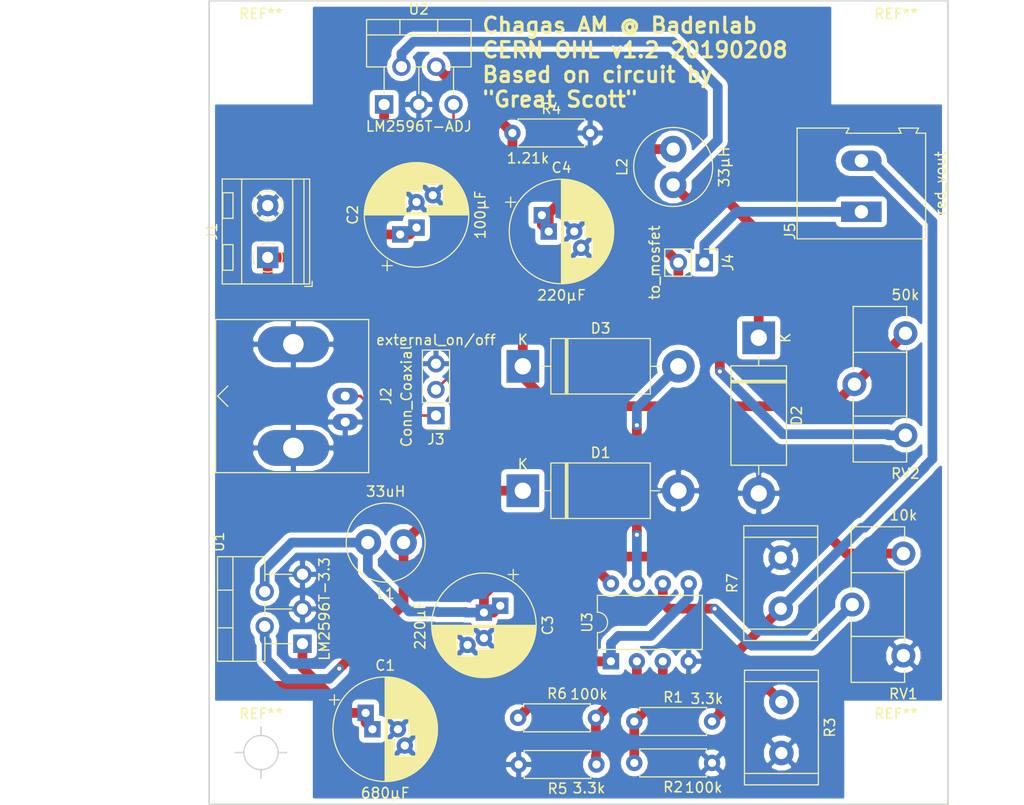
<source format=kicad_pcb>
(kicad_pcb (version 20171130) (host pcbnew 5.0.2-bee76a0~70~ubuntu18.04.1)
  (layers (0 F.Cu signal) (31 B.Cu signal) (34 B.Paste user) (35 F.Paste user) (36 B.SilkS user) (37 F.SilkS user) (38 B.Mask user) (39 F.Mask user) (44 Edge.Cuts user))
  (net 0 "")
  (net 1 GND)
  (net 2 +24V)
  (net 3 +3V3)
  (net 4 "Net-(C4-Pad1)")
  (net 5 "Net-(D1-Pad1)")
  (net 6 "Net-(D2-Pad1)")
  (net 7 "Net-(D3-Pad2)")
  (net 8 "Net-(D3-Pad1)")
  (net 9 "Net-(J2-Pad1)")
  (net 10 "Net-(J3-Pad2)")
  (net 11 "Net-(J4-Pad1)")
  (net 12 "Net-(J5-Pad2)")
  (net 13 "Net-(R1-Pad1)")
  (net 14 "Net-(R5-Pad1)")
  (net 15 "Net-(R6-Pad1)")
  (net 16 "Net-(RV1-Pad2)")
  (module Resistor_THT:R_Radial_Power_L11.0mm_W7.0mm_P5.00mm (layer F.Cu) (at 100.457 126.873 90)
    (fp_text reference R7 (at 2.5 -4.75 90) (layer F.SilkS))
    (fp_text value 0.1)
    (pad 2 thru_hole circle (at 5 0 90) (size 2.4 2.4) (drill 1.2) (layers *.Cu *.Mask) (net 1 GND))
    (pad 1 thru_hole circle (at 0 0 90) (size 2.4 2.4) (drill 1.2) (layers *.Cu *.Mask) (net 12 "Net-(J5-Pad2)"))
  )
  (module Resistor_THT:R_Radial_Power_L11.0mm_W7.0mm_P5.00mm (layer F.Cu) (at 100.5205 136.017 270)
    (fp_text reference R3 (at 2.5 -4.75 270) (layer F.SilkS))
    (fp_text value 0.1)
    (pad 2 thru_hole circle (at 5 0 270) (size 2.4 2.4) (drill 1.2) (layers *.Cu *.Mask) (net 1 GND))
    (pad 1 thru_hole circle (at 0 0 270) (size 2.4 2.4) (drill 1.2) (layers *.Cu *.Mask) (net 12 "Net-(J5-Pad2)"))
  )
  (module Package_DIP:DIP-8_W7.62mm (layer F.Cu) (at 83.82 132.0292 90)
    (fp_text reference U3 (at 3.81 -2.33 90) (layer F.SilkS))
    (fp_text value MCP602)
    (pad 1 thru_hole rect (at 0 0 90) (size 1.6 1.6) (drill 0.8) (layers *.Cu *.Mask) (net 15 "Net-(R6-Pad1)"))
    (pad 5 thru_hole oval (at 7.62 7.62 90) (size 1.6 1.6) (drill 0.8) (layers *.Cu *.Mask) (net 15 "Net-(R6-Pad1)"))
    (pad 2 thru_hole oval (at 0 2.54 90) (size 1.6 1.6) (drill 0.8) (layers *.Cu *.Mask) (net 14 "Net-(R5-Pad1)"))
    (pad 6 thru_hole oval (at 7.62 5.08 90) (size 1.6 1.6) (drill 0.8) (layers *.Cu *.Mask) (net 16 "Net-(RV1-Pad2)"))
    (pad 3 thru_hole oval (at 0 5.08 90) (size 1.6 1.6) (drill 0.8) (layers *.Cu *.Mask) (net 13 "Net-(R1-Pad1)"))
    (pad 7 thru_hole oval (at 7.62 2.54 90) (size 1.6 1.6) (drill 0.8) (layers *.Cu *.Mask) (net 7 "Net-(D3-Pad2)"))
    (pad 4 thru_hole oval (at 0 7.62 90) (size 1.6 1.6) (drill 0.8) (layers *.Cu *.Mask) (net 1 GND))
    (pad 8 thru_hole oval (at 7.62 0 90) (size 1.6 1.6) (drill 0.8) (layers *.Cu *.Mask) (net 3 +3V3))
  )
  (module MountingHole:MountingHole_3.2mm_M3_DIN965 (layer F.Cu) (at 49.53 140.97)
    (fp_text reference REF** (at 0 -3.8) (layer F.SilkS))
    (fp_text value MountingHole_3.2mm_M3_DIN965)
    (pad 1 np_thru_hole circle (at 0 0) (size 3.2 3.2) (drill 3.2) (layers *.Cu *.Mask))
  )
  (module MountingHole:MountingHole_3.2mm_M3_DIN965 (layer F.Cu) (at 111.76 140.97)
    (fp_text reference REF** (at 0 -3.8) (layer F.SilkS))
    (fp_text value MountingHole_3.2mm_M3_DIN965)
    (pad 1 np_thru_hole circle (at 0 0) (size 3.2 3.2) (drill 3.2) (layers *.Cu *.Mask))
  )
  (module MountingHole:MountingHole_3.2mm_M3_DIN965 (layer F.Cu) (at 111.76 72.39)
    (fp_text reference REF** (at 0 -3.8) (layer F.SilkS))
    (fp_text value MountingHole_3.2mm_M3_DIN965)
    (pad 1 np_thru_hole circle (at 0 0) (size 3.2 3.2) (drill 3.2) (layers *.Cu *.Mask))
  )
  (module TerminalBlock_RND:TerminalBlock_RND_205-00232_1x02_P5.08mm_Horizontal (layer F.Cu) (at 50.1904 92.456 90)
    (fp_text reference J1 (at 2.54 -5.46 90) (layer F.SilkS))
    (fp_text value Vin)
    (pad 2 thru_hole circle (at 5.08 0 90) (size 2.1 2.1) (drill 1.1) (layers *.Cu *.Mask) (net 1 GND))
    (pad 1 thru_hole rect (at 0 0 90) (size 2.1 2.1) (drill 1.1) (layers *.Cu *.Mask) (net 2 +24V))
  )
  (module TerminalBlock:TerminalBlock_Altech_AK300-2_P5.00mm (layer F.Cu) (at 108.3564 87.9856 90)
    (fp_text reference J5 (at -1.92 -6.99 90) (layer F.SilkS))
    (fp_text value red_vout (at 2.78 7.75 90) (layer F.SilkS))
    (pad 2 thru_hole oval (at 5 0 90) (size 1.98 3.96) (drill 1.32) (layers *.Cu *.Mask) (net 12 "Net-(J5-Pad2)"))
    (pad 1 thru_hole rect (at 0 0 90) (size 1.98 3.96) (drill 1.32) (layers *.Cu *.Mask) (net 11 "Net-(J4-Pad1)"))
  )
  (module Capacitor_THT:CP_Radial_D10.0mm_P2.50mm_P5.00mm (layer F.Cu) (at 60.452 138.684)
    (fp_text reference C1 (at 1.25 -6.25) (layer F.SilkS))
    (fp_text value 680µF (at 1.25 6.25) (layer F.SilkS))
    (pad 2 thru_hole circle (at 3.170937 1.6) (size 1.6 1.6) (drill 0.8) (layers *.Cu *.Mask) (net 1 GND))
    (pad 1 thru_hole rect (at -0.670937 -1.6) (size 1.6 1.6) (drill 0.8) (layers *.Cu *.Mask) (net 2 +24V))
    (pad 2 thru_hole circle (at 2.5 0) (size 1.6 1.6) (drill 0.8) (layers *.Cu *.Mask) (net 1 GND))
    (pad 1 thru_hole rect (at 0 0) (size 1.6 1.6) (drill 0.8) (layers *.Cu *.Mask) (net 2 +24V))
  )
  (module Capacitor_THT:CP_Radial_D10.0mm_P2.50mm_P5.00mm (layer F.Cu) (at 64.77 89.535 90)
    (fp_text reference C2 (at 1.25 -6.25 90) (layer F.SilkS))
    (fp_text value 100µF (at 1.25 6.25 90) (layer F.SilkS))
    (pad 2 thru_hole circle (at 3.170937 1.6 90) (size 1.6 1.6) (drill 0.8) (layers *.Cu *.Mask) (net 1 GND))
    (pad 1 thru_hole rect (at -0.670937 -1.6 90) (size 1.6 1.6) (drill 0.8) (layers *.Cu *.Mask) (net 2 +24V))
    (pad 2 thru_hole circle (at 2.5 0 90) (size 1.6 1.6) (drill 0.8) (layers *.Cu *.Mask) (net 1 GND))
    (pad 1 thru_hole rect (at 0 0 90) (size 1.6 1.6) (drill 0.8) (layers *.Cu *.Mask) (net 2 +24V))
  )
  (module Capacitor_THT:CP_Radial_D10.0mm_P2.50mm_P5.00mm (layer F.Cu) (at 71.374 127.254 270)
    (fp_text reference C3 (at 1.25 -6.25 270) (layer F.SilkS))
    (fp_text value 220µF (at 1.25 6.25 270) (layer F.SilkS))
    (pad 1 thru_hole rect (at 0 0 270) (size 1.6 1.6) (drill 0.8) (layers *.Cu *.Mask) (net 3 +3V3))
    (pad 2 thru_hole circle (at 2.5 0 270) (size 1.6 1.6) (drill 0.8) (layers *.Cu *.Mask) (net 1 GND))
    (pad 1 thru_hole rect (at -0.670937 -1.6 270) (size 1.6 1.6) (drill 0.8) (layers *.Cu *.Mask) (net 3 +3V3))
    (pad 2 thru_hole circle (at 3.170937 1.6 270) (size 1.6 1.6) (drill 0.8) (layers *.Cu *.Mask) (net 1 GND))
  )
  (module Capacitor_THT:CP_Radial_D10.0mm_P2.50mm_P5.00mm (layer F.Cu) (at 77.724 89.916)
    (fp_text reference C4 (at 1.25 -6.25) (layer F.SilkS))
    (fp_text value 220µF (at 1.25 6.25) (layer F.SilkS))
    (pad 1 thru_hole rect (at 0 0) (size 1.6 1.6) (drill 0.8) (layers *.Cu *.Mask) (net 4 "Net-(C4-Pad1)"))
    (pad 2 thru_hole circle (at 2.5 0) (size 1.6 1.6) (drill 0.8) (layers *.Cu *.Mask) (net 1 GND))
    (pad 1 thru_hole rect (at -0.670937 -1.6) (size 1.6 1.6) (drill 0.8) (layers *.Cu *.Mask) (net 4 "Net-(C4-Pad1)"))
    (pad 2 thru_hole circle (at 3.170937 1.6) (size 1.6 1.6) (drill 0.8) (layers *.Cu *.Mask) (net 1 GND))
  )
  (module Diode_THT:D_DO-201AD_P15.24mm_Horizontal (layer F.Cu) (at 75.184 115.316)
    (fp_text reference D1 (at 7.62 -3.72) (layer F.SilkS))
    (fp_text value 1N5822)
    (fp_text user K (at 0 -2.6) (layer F.SilkS))
    (pad 1 thru_hole rect (at 0 0) (size 3.2 3.2) (drill 1.6) (layers *.Cu *.Mask) (net 5 "Net-(D1-Pad1)"))
    (pad 2 thru_hole oval (at 15.24 0) (size 3.2 3.2) (drill 1.6) (layers *.Cu *.Mask) (net 1 GND))
  )
  (module Diode_THT:D_DO-201AD_P15.24mm_Horizontal (layer F.Cu) (at 98.298 100.33 270)
    (fp_text reference D2 (at 7.62 -3.72 270) (layer F.SilkS))
    (fp_text value 1N5822)
    (fp_text user K (at 0 -2.6 270) (layer F.SilkS))
    (pad 1 thru_hole rect (at 0 0 270) (size 3.2 3.2) (drill 1.6) (layers *.Cu *.Mask) (net 6 "Net-(D2-Pad1)"))
    (pad 2 thru_hole oval (at 15.24 0 270) (size 3.2 3.2) (drill 1.6) (layers *.Cu *.Mask) (net 1 GND))
  )
  (module Diode_THT:D_DO-201AD_P15.24mm_Horizontal (layer F.Cu) (at 75.184 103.124)
    (fp_text reference D3 (at 7.62 -3.72) (layer F.SilkS))
    (fp_text value 1N5822)
    (fp_text user K (at 0 -2.6) (layer F.SilkS))
    (pad 2 thru_hole oval (at 15.24 0) (size 3.2 3.2) (drill 1.6) (layers *.Cu *.Mask) (net 7 "Net-(D3-Pad2)"))
    (pad 1 thru_hole rect (at 0 0) (size 3.2 3.2) (drill 1.6) (layers *.Cu *.Mask) (net 8 "Net-(D3-Pad1)"))
  )
  (module Connector_Coaxial:BNC_Amphenol_B6252HB-NPP3G-50_Horizontal (layer F.Cu) (at 57.785 106.045 90)
    (fp_text reference J2 (at 0 4 90) (layer F.SilkS))
    (fp_text value Conn_Coaxial (at 0 6 270) (layer F.SilkS))
    (pad 2 thru_hole oval (at -5.08 -5.08 90) (size 3.5 7) (drill 2.01) (layers *.Cu *.Mask) (net 1 GND))
    (pad 2 thru_hole oval (at 5.08 -5.08 90) (size 3.5 7) (drill 2.01) (layers *.Cu *.Mask) (net 1 GND))
    (pad 1 thru_hole oval (at 0 0 90) (size 1.6 2.5) (drill 0.89) (layers *.Cu *.Mask) (net 9 "Net-(J2-Pad1)"))
    (pad 2 thru_hole oval (at -2.54 0 90) (size 1.6 2.5) (drill 0.89) (layers *.Cu *.Mask) (net 1 GND))
  )
  (module Connector_PinHeader_2.54mm:PinHeader_1x03_P2.54mm_Vertical (layer F.Cu) (at 66.675 107.95 180)
    (fp_text reference J3 (at 0 -2.33 180) (layer F.SilkS))
    (fp_text value external_on/off (at 0 7.41 180) (layer F.SilkS))
    (pad 1 thru_hole rect (at 0 0 180) (size 1.7 1.7) (drill 1) (layers *.Cu *.Mask) (net 9 "Net-(J2-Pad1)"))
    (pad 2 thru_hole oval (at 0 2.54 180) (size 1.7 1.7) (drill 1) (layers *.Cu *.Mask) (net 10 "Net-(J3-Pad2)"))
    (pad 3 thru_hole oval (at 0 5.08 180) (size 1.7 1.7) (drill 1) (layers *.Cu *.Mask) (net 1 GND))
  )
  (module Connector_PinHeader_2.54mm:PinHeader_1x02_P2.54mm_Vertical (layer F.Cu) (at 92.964 92.964 270)
    (fp_text reference J4 (at 0 -2.33 270) (layer F.SilkS))
    (fp_text value to_mosfet (at 0 4.87 270) (layer F.SilkS))
    (pad 2 thru_hole oval (at 0 2.54 270) (size 1.7 1.7) (drill 1) (layers *.Cu *.Mask) (net 4 "Net-(C4-Pad1)"))
    (pad 1 thru_hole rect (at 0 0 270) (size 1.7 1.7) (drill 1) (layers *.Cu *.Mask) (net 11 "Net-(J4-Pad1)"))
  )
  (module Inductor_THT:L_Radial_D7.5mm_P3.50mm_Fastron_07P (layer F.Cu) (at 63.5 120.396 180)
    (fp_text reference L1 (at 1.75 -5 180) (layer F.SilkS))
    (fp_text value 33uH (at 1.75 5 180) (layer F.SilkS))
    (pad 2 thru_hole circle (at 3.5 0 180) (size 2.6 2.6) (drill 1.3) (layers *.Cu *.Mask) (net 3 +3V3))
    (pad 1 thru_hole circle (at 0 0 180) (size 2.6 2.6) (drill 1.3) (layers *.Cu *.Mask) (net 5 "Net-(D1-Pad1)"))
  )
  (module Inductor_THT:L_Radial_D7.5mm_P3.50mm_Fastron_07P (layer F.Cu) (at 89.916 85.344 90)
    (fp_text reference L2 (at 1.75 -5 90) (layer F.SilkS))
    (fp_text value 33µH (at 1.75 5 90) (layer F.SilkS))
    (pad 1 thru_hole circle (at 0 0 90) (size 2.6 2.6) (drill 1.3) (layers *.Cu *.Mask) (net 6 "Net-(D2-Pad1)"))
    (pad 2 thru_hole circle (at 3.5 0 90) (size 2.6 2.6) (drill 1.3) (layers *.Cu *.Mask) (net 4 "Net-(C4-Pad1)"))
  )
  (module Resistor_THT:R_Axial_DIN0207_L6.3mm_D2.5mm_P7.62mm_Horizontal (layer F.Cu) (at 86.106 137.922)
    (fp_text reference R1 (at 3.81 -2.37) (layer F.SilkS))
    (fp_text value 3.3k (at 7.112 -2.2225) (layer F.SilkS))
    (pad 1 thru_hole circle (at 0 0) (size 1.6 1.6) (drill 0.8) (layers *.Cu *.Mask) (net 13 "Net-(R1-Pad1)"))
    (pad 2 thru_hole oval (at 7.62 0) (size 1.6 1.6) (drill 0.8) (layers *.Cu *.Mask) (net 12 "Net-(J5-Pad2)"))
  )
  (module Resistor_THT:R_Axial_DIN0207_L6.3mm_D2.5mm_P7.62mm_Horizontal (layer F.Cu) (at 93.726 141.986 180)
    (fp_text reference R2 (at 3.81 -2.37 180) (layer F.SilkS))
    (fp_text value 100k (at 0.8255 -2.413 180) (layer F.SilkS))
    (pad 2 thru_hole oval (at 7.62 0 180) (size 1.6 1.6) (drill 0.8) (layers *.Cu *.Mask) (net 13 "Net-(R1-Pad1)"))
    (pad 1 thru_hole circle (at 0 0 180) (size 1.6 1.6) (drill 0.8) (layers *.Cu *.Mask) (net 1 GND))
  )
  (module Resistor_THT:R_Axial_DIN0207_L6.3mm_D2.5mm_P7.62mm_Horizontal (layer F.Cu) (at 74.168 80.264)
    (fp_text reference R4 (at 3.81 -2.37) (layer F.SilkS))
    (fp_text value 1.21k (at 1.524 2.4765) (layer F.SilkS))
    (pad 1 thru_hole circle (at 0 0) (size 1.6 1.6) (drill 0.8) (layers *.Cu *.Mask) (net 8 "Net-(D3-Pad1)"))
    (pad 2 thru_hole oval (at 7.62 0) (size 1.6 1.6) (drill 0.8) (layers *.Cu *.Mask) (net 1 GND))
  )
  (module Resistor_THT:R_Axial_DIN0207_L6.3mm_D2.5mm_P7.62mm_Horizontal (layer F.Cu) (at 82.3976 142.1384 180)
    (fp_text reference R5 (at 3.81 -2.37 180) (layer F.SilkS))
    (fp_text value 3.3k (at 0.7366 -2.3241 180) (layer F.SilkS))
    (pad 2 thru_hole oval (at 7.62 0 180) (size 1.6 1.6) (drill 0.8) (layers *.Cu *.Mask) (net 1 GND))
    (pad 1 thru_hole circle (at 0 0 180) (size 1.6 1.6) (drill 0.8) (layers *.Cu *.Mask) (net 14 "Net-(R5-Pad1)"))
  )
  (module Resistor_THT:R_Axial_DIN0207_L6.3mm_D2.5mm_P7.62mm_Horizontal (layer F.Cu) (at 74.7268 137.5664)
    (fp_text reference R6 (at 3.81 -2.37) (layer F.SilkS))
    (fp_text value 100k (at 6.9342 -2.3114) (layer F.SilkS))
    (pad 1 thru_hole circle (at 0 0) (size 1.6 1.6) (drill 0.8) (layers *.Cu *.Mask) (net 15 "Net-(R6-Pad1)"))
    (pad 2 thru_hole oval (at 7.62 0) (size 1.6 1.6) (drill 0.8) (layers *.Cu *.Mask) (net 14 "Net-(R5-Pad1)"))
  )
  (module Potentiometer_THT:Potentiometer_Piher_PT-15-H25_Horizontal (layer F.Cu) (at 112.4712 131.4704 180)
    (fp_text reference RV1 (at 0 -3.75 180) (layer F.SilkS))
    (fp_text value 10k (at 0 13.75 180) (layer F.SilkS))
    (pad 1 thru_hole circle (at 0 0 180) (size 2.34 2.34) (drill 1.3) (layers *.Cu *.Mask) (net 1 GND))
    (pad 2 thru_hole circle (at 5 5 180) (size 2.34 2.34) (drill 1.3) (layers *.Cu *.Mask) (net 16 "Net-(RV1-Pad2)"))
    (pad 3 thru_hole circle (at 0 10 180) (size 2.34 2.34) (drill 1.3) (layers *.Cu *.Mask) (net 3 +3V3))
  )
  (module Potentiometer_THT:Potentiometer_Piher_PT-15-H25_Horizontal (layer F.Cu) (at 112.6744 109.8804 180)
    (fp_text reference RV2 (at 0 -3.75 180) (layer F.SilkS))
    (fp_text value 50k (at 0 13.75 180) (layer F.SilkS))
    (pad 3 thru_hole circle (at 0 10 180) (size 2.34 2.34) (drill 1.3) (layers *.Cu *.Mask) (net 8 "Net-(D3-Pad1)"))
    (pad 2 thru_hole circle (at 5 5 180) (size 2.34 2.34) (drill 1.3) (layers *.Cu *.Mask) (net 8 "Net-(D3-Pad1)"))
    (pad 1 thru_hole circle (at 0 0 180) (size 2.34 2.34) (drill 1.3) (layers *.Cu *.Mask) (net 4 "Net-(C4-Pad1)"))
  )
  (module Package_TO_SOT_THT:TO-220-5_P3.4x3.7mm_StaggerOdd_Lead3.8mm_Vertical (layer F.Cu) (at 53.594 130.302 90)
    (fp_text reference U1 (at 9.9695 -8.1915 90) (layer F.SilkS))
    (fp_text value LM2596T-3.3 (at 3.4 2.15 90) (layer F.SilkS))
    (pad 1 thru_hole rect (at 0 0 90) (size 1.8 1.8) (drill 1.1) (layers *.Cu *.Mask) (net 2 +24V))
    (pad 2 thru_hole oval (at 1.7 -3.7 90) (size 1.8 1.8) (drill 1.1) (layers *.Cu *.Mask) (net 5 "Net-(D1-Pad1)"))
    (pad 3 thru_hole oval (at 3.4 0 90) (size 1.8 1.8) (drill 1.1) (layers *.Cu *.Mask) (net 1 GND))
    (pad 4 thru_hole oval (at 5.1 -3.7 90) (size 1.8 1.8) (drill 1.1) (layers *.Cu *.Mask) (net 3 +3V3))
    (pad 5 thru_hole oval (at 6.8 0 90) (size 1.8 1.8) (drill 1.1) (layers *.Cu *.Mask) (net 1 GND))
  )
  (module Package_TO_SOT_THT:TO-220-5_P3.4x3.7mm_StaggerOdd_Lead3.8mm_Vertical (layer F.Cu) (at 61.595 77.47)
    (fp_text reference U2 (at 3.4 -9.32) (layer F.SilkS))
    (fp_text value LM2596T-ADJ (at 3.4 2.15) (layer F.SilkS))
    (pad 5 thru_hole oval (at 6.8 0) (size 1.8 1.8) (drill 1.1) (layers *.Cu *.Mask) (net 10 "Net-(J3-Pad2)"))
    (pad 4 thru_hole oval (at 5.1 -3.7) (size 1.8 1.8) (drill 1.1) (layers *.Cu *.Mask) (net 8 "Net-(D3-Pad1)"))
    (pad 3 thru_hole oval (at 3.4 0) (size 1.8 1.8) (drill 1.1) (layers *.Cu *.Mask) (net 1 GND))
    (pad 2 thru_hole oval (at 1.7 -3.7) (size 1.8 1.8) (drill 1.1) (layers *.Cu *.Mask) (net 6 "Net-(D2-Pad1)"))
    (pad 1 thru_hole rect (at 0 0) (size 1.8 1.8) (drill 1.1) (layers *.Cu *.Mask) (net 2 +24V))
  )
  (module MountingHole:MountingHole_3.2mm_M3_DIN965 (layer F.Cu) (at 49.53 72.39)
    (fp_text reference REF** (at 0 -3.8) (layer F.SilkS))
    (fp_text value MountingHole_3.2mm_M3_DIN965)
    (pad 1 np_thru_hole circle (at 0 0) (size 3.2 3.2) (drill 3.2) (layers *.Cu *.Mask))
  )
  (gr_text "Chagas AM @ Badenlab\nCERN OHL v1.2 20190208\nBased on circuit by\n\"Great Scott\"\n" (at 71.0565 73.3425) (layer F.SilkS) (effects (font (size 1.5 1.5) (thickness 0.3)) (justify left)))
  (target plus (at 49.53 140.97) (size 5) (width 0.15) (layer Edge.Cuts))
  (gr_line (start 44.45 146.05) (end 44.45 105.41) (layer Edge.Cuts) (width 0.15))
  (gr_line (start 116.84 146.05) (end 44.45 146.05) (layer Edge.Cuts) (width 0.15))
  (gr_line (start 116.84 67.31) (end 116.84 146.05) (layer Edge.Cuts) (width 0.15))
  (gr_line (start 44.45 67.31) (end 116.84 67.31) (layer Edge.Cuts) (width 0.15))
  (gr_line (start 44.45 105.41) (end 44.45 67.31) (layer Edge.Cuts) (width 0.15))
  (segment (start 50.1904 92.456) (end 57.2008 92.456) (width 0.95) (layer F.Cu) (net 2))
  (segment (start 59.450863 90.205937) (end 63.17 90.205937) (width 0.95) (layer F.Cu) (net 2))
  (segment (start 57.2008 92.456) (end 59.450863 90.205937) (width 0.95) (layer F.Cu) (net 2))
  (segment (start 61.595 77.47) (end 61.595 87.9094) (width 0.95) (layer F.Cu) (net 2))
  (segment (start 60.6044 88.9) (end 60.6044 89.0524) (width 0.95) (layer F.Cu) (net 2))
  (segment (start 61.595 87.9094) (end 60.6044 88.9) (width 0.95) (layer F.Cu) (net 2))
  (segment (start 59.450863 90.205937) (end 60.6044 89.0524) (width 0.95) (layer F.Cu) (net 2))
  (segment (start 60.6044 89.0524) (end 61.1124 88.5444) (width 0.95) (layer F.Cu) (net 2))
  (segment (start 50.1904 94.456) (end 46.1772 98.4692) (width 0.95) (layer F.Cu) (net 2))
  (segment (start 50.1904 92.456) (end 50.1904 94.456) (width 0.95) (layer F.Cu) (net 2))
  (segment (start 46.1772 98.4692) (end 46.1772 132.9944) (width 0.95) (layer F.Cu) (net 2))
  (segment (start 53.594 132.646937) (end 53.594 132.152) (width 0.95) (layer F.Cu) (net 2))
  (segment (start 53.594 132.152) (end 53.594 130.302) (width 0.95) (layer F.Cu) (net 2))
  (segment (start 59.781063 137.084) (end 58.031063 137.084) (width 0.95) (layer F.Cu) (net 2))
  (segment (start 59.781063 138.013063) (end 60.452 138.684) (width 0.95) (layer F.Cu) (net 2))
  (segment (start 59.781063 137.084) (end 59.781063 138.013063) (width 0.95) (layer F.Cu) (net 2))
  (segment (start 64.099063 90.205937) (end 64.77 89.535) (width 0.95) (layer F.Cu) (net 2))
  (segment (start 63.17 90.205937) (end 64.099063 90.205937) (width 0.95) (layer F.Cu) (net 2))
  (segment (start 55.376563 134.4295) (end 47.6123 134.4295) (width 0.95) (layer F.Cu) (net 2))
  (segment (start 55.376563 134.4295) (end 53.594 132.646937) (width 0.95) (layer F.Cu) (net 2))
  (segment (start 47.6123 134.4295) (end 46.1772 132.9944) (width 0.95) (layer F.Cu) (net 2))
  (segment (start 58.031063 137.084) (end 55.376563 134.4295) (width 0.95) (layer F.Cu) (net 2))
  (segment (start 49.894 125.202) (end 49.894 124.858) (width 0.95) (layer B.Cu) (net 3))
  (segment (start 49.894 125.202) (end 49.894 123.046) (width 0.95) (layer B.Cu) (net 3))
  (segment (start 52.544 120.396) (end 60 120.396) (width 0.95) (layer B.Cu) (net 3))
  (segment (start 49.894 123.046) (end 52.544 120.396) (width 0.95) (layer B.Cu) (net 3))
  (segment (start 69.624 127.254) (end 69.5732 127.2032) (width 0.95) (layer B.Cu) (net 3))
  (segment (start 71.374 127.254) (end 69.624 127.254) (width 0.95) (layer B.Cu) (net 3))
  (segment (start 60 123.0936) (end 60 120.396) (width 0.95) (layer B.Cu) (net 3))
  (segment (start 69.5732 127.2032) (end 66.8072 127.2032) (width 0.95) (layer B.Cu) (net 3))
  (segment (start 66.8072 127.2032) (end 66.7564 127.1524) (width 0.95) (layer B.Cu) (net 3))
  (segment (start 66.7564 127.1524) (end 64.0588 127.1524) (width 0.95) (layer B.Cu) (net 3))
  (segment (start 64.0588 127.1524) (end 60 123.0936) (width 0.95) (layer B.Cu) (net 3))
  (segment (start 71.374 125.504) (end 75.1104 121.7676) (width 0.95) (layer F.Cu) (net 3))
  (segment (start 71.374 127.254) (end 71.374 125.504) (width 0.95) (layer F.Cu) (net 3))
  (segment (start 81.1784 121.7676) (end 83.82 124.4092) (width 0.95) (layer F.Cu) (net 3))
  (segment (start 75.1104 121.7676) (end 81.1784 121.7676) (width 0.95) (layer F.Cu) (net 3))
  (segment (start 72.303063 127.254) (end 72.974 126.583063) (width 0.95) (layer F.Cu) (net 3))
  (segment (start 71.374 127.254) (end 72.303063 127.254) (width 0.95) (layer F.Cu) (net 3))
  (segment (start 106.8756 121.4704) (end 112.4712 121.4704) (width 0.95) (layer F.Cu) (net 3))
  (segment (start 97.5487 118.872) (end 104.7115 118.872) (width 0.95) (layer F.Cu) (net 3))
  (segment (start 104.7115 118.872) (end 104.7115 119.3063) (width 0.95) (layer F.Cu) (net 3))
  (segment (start 81.1784 121.7676) (end 94.6531 121.7676) (width 0.95) (layer F.Cu) (net 3))
  (segment (start 104.7115 119.3063) (end 106.8756 121.4704) (width 0.95) (layer F.Cu) (net 3))
  (segment (start 94.6531 121.7676) (end 97.5487 118.872) (width 0.95) (layer F.Cu) (net 3))
  (segment (start 88.077523 81.844) (end 85.9028 84.018723) (width 0.95) (layer F.Cu) (net 4))
  (segment (start 89.916 81.844) (end 88.077523 81.844) (width 0.95) (layer F.Cu) (net 4))
  (segment (start 85.9028 88.4428) (end 90.424 92.964) (width 0.95) (layer F.Cu) (net 4))
  (segment (start 85.9028 84.018723) (end 85.9028 88.4428) (width 0.95) (layer F.Cu) (net 4))
  (segment (start 77.724 88.166) (end 77.724 89.916) (width 0.95) (layer F.Cu) (net 4))
  (segment (start 81.871277 84.018723) (end 77.724 88.166) (width 0.95) (layer F.Cu) (net 4))
  (segment (start 85.9028 84.018723) (end 81.871277 84.018723) (width 0.95) (layer F.Cu) (net 4))
  (segment (start 111.019771 109.8804) (end 110.918171 109.7788) (width 0.95) (layer B.Cu) (net 4))
  (segment (start 112.6744 109.8804) (end 111.019771 109.8804) (width 0.95) (layer B.Cu) (net 4))
  (segment (start 100.6348 109.7788) (end 94.488 103.632) (width 0.95) (layer B.Cu) (net 4))
  (segment (start 110.918171 109.7788) (end 100.6348 109.7788) (width 0.95) (layer B.Cu) (net 4))
  (segment (start 90.424 92.964) (end 90.424 95.0595) (width 0.95) (layer F.Cu) (net 4))
  (via (at 94.488 103.632) (size 0.8) (drill 0.4) (layers F.Cu B.Cu) (net 4))
  (segment (start 94.488 99.1235) (end 90.424 95.0595) (width 0.95) (layer F.Cu) (net 4))
  (segment (start 94.488 103.632) (end 94.488 99.1235) (width 0.95) (layer F.Cu) (net 4))
  (segment (start 77.053063 89.245063) (end 77.724 89.916) (width 0.95) (layer F.Cu) (net 4))
  (segment (start 77.053063 88.316) (end 77.053063 89.245063) (width 0.95) (layer F.Cu) (net 4))
  (segment (start 49.894 129.874792) (end 50.0888 130.069592) (width 0.95) (layer B.Cu) (net 5))
  (segment (start 49.894 128.602) (end 49.894 129.874792) (width 0.95) (layer B.Cu) (net 5))
  (segment (start 50.0888 130.069592) (end 50.0888 131.826) (width 0.95) (layer B.Cu) (net 5))
  (segment (start 50.0888 131.826) (end 52.0192 133.7564) (width 0.95) (layer B.Cu) (net 5))
  (via (at 57.2008 132.7404) (size 0.8) (drill 0.4) (layers F.Cu B.Cu) (net 5))
  (segment (start 52.0192 133.7564) (end 56.1848 133.7564) (width 0.95) (layer B.Cu) (net 5))
  (segment (start 56.1848 133.7564) (end 57.2008 132.7404) (width 0.95) (layer B.Cu) (net 5))
  (segment (start 63.5 126.4412) (end 63.5 120.396) (width 0.95) (layer F.Cu) (net 5))
  (segment (start 57.2008 132.7404) (end 63.5 126.4412) (width 0.95) (layer F.Cu) (net 5))
  (segment (start 68.58 115.316) (end 75.184 115.316) (width 0.95) (layer F.Cu) (net 5))
  (segment (start 63.5 120.396) (end 68.58 115.316) (width 0.95) (layer F.Cu) (net 5))
  (segment (start 94.2848 80.9752) (end 89.916 85.344) (width 0.95) (layer B.Cu) (net 6))
  (segment (start 94.2848 75.7428) (end 94.2848 80.9752) (width 0.95) (layer B.Cu) (net 6))
  (segment (start 64.469008 71.3232) (end 89.8652 71.3232) (width 0.95) (layer B.Cu) (net 6))
  (segment (start 89.8652 71.3232) (end 94.2848 75.7428) (width 0.95) (layer B.Cu) (net 6))
  (segment (start 63.295 73.77) (end 63.295 72.497208) (width 0.95) (layer B.Cu) (net 6))
  (segment (start 63.295 72.497208) (end 64.469008 71.3232) (width 0.95) (layer B.Cu) (net 6))
  (segment (start 91.215999 86.643999) (end 94.962499 86.643999) (width 0.95) (layer F.Cu) (net 6))
  (segment (start 89.916 85.344) (end 91.215999 86.643999) (width 0.95) (layer F.Cu) (net 6))
  (segment (start 98.298 89.9795) (end 98.298 100.33) (width 0.95) (layer F.Cu) (net 6))
  (segment (start 94.962499 86.643999) (end 98.298 89.9795) (width 0.95) (layer F.Cu) (net 6))
  (segment (start 90.424 103.124) (end 86.36 107.188) (width 0.95) (layer B.Cu) (net 7))
  (segment (start 86.36 107.188) (end 86.36 108.9025) (width 0.95) (layer B.Cu) (net 7))
  (via (at 86.36 108.9025) (size 0.8) (drill 0.4) (layers F.Cu B.Cu) (net 7))
  (via (at 86.36 119.634) (size 0.8) (drill 0.4) (layers F.Cu B.Cu) (net 7))
  (segment (start 86.36 108.9025) (end 86.36 119.634) (width 0.95) (layer F.Cu) (net 7))
  (segment (start 86.36 119.634) (end 86.36 124.4092) (width 0.95) (layer B.Cu) (net 7))
  (segment (start 67.594999 74.669999) (end 68.269199 74.669999) (width 0.95) (layer F.Cu) (net 8))
  (segment (start 66.695 73.77) (end 67.594999 74.669999) (width 0.95) (layer F.Cu) (net 8))
  (segment (start 68.269199 74.669999) (end 68.2752 74.676) (width 0.95) (layer F.Cu) (net 8))
  (segment (start 68.58 74.676) (end 74.168 80.264) (width 0.95) (layer F.Cu) (net 8))
  (segment (start 68.2752 74.676) (end 68.58 74.676) (width 0.95) (layer F.Cu) (net 8))
  (segment (start 74.168 99.558) (end 74.168 81.39537) (width 0.95) (layer F.Cu) (net 8))
  (segment (start 75.184 100.574) (end 74.168 99.558) (width 0.95) (layer F.Cu) (net 8))
  (segment (start 74.168 81.39537) (end 74.168 80.264) (width 0.95) (layer F.Cu) (net 8))
  (segment (start 75.184 103.124) (end 75.184 100.574) (width 0.95) (layer F.Cu) (net 8))
  (segment (start 75.184 103.124) (end 75.184 104.1908) (width 0.95) (layer F.Cu) (net 8))
  (segment (start 75.184 104.1908) (end 78.0288 107.0356) (width 0.95) (layer F.Cu) (net 8))
  (segment (start 105.5192 107.0356) (end 107.6744 104.8804) (width 0.95) (layer F.Cu) (net 8))
  (segment (start 78.0288 107.0356) (end 105.5192 107.0356) (width 0.95) (layer F.Cu) (net 8))
  (segment (start 107.6744 104.8804) (end 112.6744 99.8804) (width 0.95) (layer F.Cu) (net 8))
  (segment (start 61.19 107.95) (end 66.675 107.95) (width 0.25) (layer F.Cu) (net 9))
  (segment (start 57.785 106.045) (end 59.285 106.045) (width 0.25) (layer F.Cu) (net 9))
  (segment (start 59.285 106.045) (end 61.19 107.95) (width 0.25) (layer F.Cu) (net 9))
  (segment (start 68.395 77.47) (end 68.395 80.2822) (width 0.25) (layer F.Cu) (net 10))
  (segment (start 68.395 80.2822) (end 71.5264 83.4136) (width 0.25) (layer F.Cu) (net 10))
  (segment (start 71.5264 100.5586) (end 66.675 105.41) (width 0.25) (layer F.Cu) (net 10))
  (segment (start 71.5264 83.4136) (end 71.5264 100.5586) (width 0.25) (layer F.Cu) (net 10))
  (segment (start 105.4264 87.9856) (end 108.3564 87.9856) (width 0.95) (layer B.Cu) (net 11))
  (segment (start 92.964 91.164) (end 96.1424 87.9856) (width 0.95) (layer B.Cu) (net 11))
  (segment (start 96.1424 87.9856) (end 105.4264 87.9856) (width 0.95) (layer B.Cu) (net 11))
  (segment (start 92.964 92.964) (end 92.964 91.164) (width 0.95) (layer B.Cu) (net 11))
  (segment (start 93.726 137.922) (end 94.525999 137.122001) (width 0.95) (layer F.Cu) (net 12))
  (segment (start 94.525999 132.804001) (end 100.457 126.873) (width 0.95) (layer F.Cu) (net 12))
  (segment (start 94.525999 137.122001) (end 94.525999 132.804001) (width 0.95) (layer F.Cu) (net 12))
  (segment (start 99.320501 134.817001) (end 96.538999 134.817001) (width 0.95) (layer F.Cu) (net 12))
  (segment (start 96.538999 134.817001) (end 94.525999 132.804001) (width 0.95) (layer F.Cu) (net 12))
  (segment (start 100.5205 136.017) (end 99.320501 134.817001) (width 0.95) (layer F.Cu) (net 12))
  (segment (start 100.457 126.873) (end 108.3945 118.9355) (width 0.95) (layer B.Cu) (net 12))
  (segment (start 108.3945 118.9355) (end 108.6485 118.9355) (width 0.95) (layer B.Cu) (net 12))
  (segment (start 114.569401 113.014599) (end 114.569401 112.951099) (width 0.95) (layer B.Cu) (net 12))
  (segment (start 108.6485 118.9355) (end 114.569401 113.014599) (width 0.95) (layer B.Cu) (net 12))
  (segment (start 114.569401 112.951099) (end 115.316 112.2045) (width 0.95) (layer B.Cu) (net 12))
  (segment (start 109.3464 82.9856) (end 108.3564 82.9856) (width 0.95) (layer B.Cu) (net 12))
  (segment (start 115.316 88.9552) (end 109.3464 82.9856) (width 0.95) (layer B.Cu) (net 12))
  (segment (start 115.316 112.2045) (end 115.316 88.9552) (width 0.95) (layer B.Cu) (net 12))
  (segment (start 88.9 135.128) (end 86.106 137.922) (width 0.95) (layer F.Cu) (net 13))
  (segment (start 88.9 132.0292) (end 88.9 135.128) (width 0.95) (layer F.Cu) (net 13))
  (segment (start 86.106 137.922) (end 86.106 141.986) (width 0.95) (layer F.Cu) (net 13))
  (segment (start 82.3468 142.0876) (end 82.3976 142.1384) (width 0.95) (layer F.Cu) (net 14))
  (segment (start 82.3468 137.5664) (end 82.3468 142.0876) (width 0.95) (layer F.Cu) (net 14))
  (segment (start 86.36 133.5532) (end 86.36 132.0292) (width 0.95) (layer F.Cu) (net 14))
  (segment (start 82.3468 137.5664) (end 86.36 133.5532) (width 0.95) (layer F.Cu) (net 14))
  (segment (start 80.264 132.0292) (end 74.7268 137.5664) (width 0.95) (layer F.Cu) (net 15))
  (segment (start 83.82 132.0292) (end 80.264 132.0292) (width 0.95) (layer F.Cu) (net 15))
  (segment (start 83.82 130.2792) (end 84.5592 129.54) (width 0.95) (layer B.Cu) (net 15))
  (segment (start 83.82 132.0292) (end 83.82 130.2792) (width 0.95) (layer B.Cu) (net 15))
  (segment (start 91.44 125.80907) (end 91.44 125.54057) (width 0.95) (layer B.Cu) (net 15))
  (segment (start 91.44 125.54057) (end 91.44 124.4092) (width 0.95) (layer B.Cu) (net 15))
  (segment (start 87.70907 129.54) (end 91.44 125.80907) (width 0.95) (layer B.Cu) (net 15))
  (segment (start 84.5592 129.54) (end 87.70907 129.54) (width 0.95) (layer B.Cu) (net 15))
  (segment (start 91.1733 126.6825) (end 90.9828 126.873) (width 0.95) (layer F.Cu) (net 16))
  (segment (start 90.9828 126.873) (end 89.4715 126.873) (width 0.95) (layer F.Cu) (net 16))
  (segment (start 88.9 126.3015) (end 88.9 124.4092) (width 0.95) (layer F.Cu) (net 16))
  (segment (start 89.4715 126.873) (end 88.9 126.3015) (width 0.95) (layer F.Cu) (net 16))
  (segment (start 90.9828 126.873) (end 93.98 126.873) (width 0.95) (layer F.Cu) (net 16))
  (via (at 93.98 126.873) (size 0.8) (drill 0.4) (layers F.Cu B.Cu) (net 16))
  (segment (start 93.98 126.873) (end 97.5995 130.4925) (width 0.95) (layer B.Cu) (net 16))
  (segment (start 103.4491 130.4925) (end 107.4712 126.4704) (width 0.95) (layer B.Cu) (net 16))
  (segment (start 97.5995 130.4925) (end 103.4491 130.4925) (width 0.95) (layer B.Cu) (net 16))
  (zone (net 0) (net_name "") (layer B.Cu) (connect_pads (clearance 0.508)) (min_thickness 0.254)
    (keepout (tracks not_allowed) (vias not_allowed) (copperpour not_allowed))
    (fill (arc_segments 16) (thermal_gap 0.508) (thermal_bridge_width 0.508))
    (polygon (pts (xy 44.45 135.89) (xy 54.61 135.89) (xy 54.61 146.05) (xy 44.45 146.05)))
  )
  (zone (net 0) (net_name "") (layer B.Cu) (connect_pads (clearance 0.508)) (min_thickness 0.254)
    (keepout (tracks not_allowed) (vias not_allowed) (copperpour not_allowed))
    (fill (arc_segments 16) (thermal_gap 0.508) (thermal_bridge_width 0.508))
    (polygon (pts (xy 44.45 77.47) (xy 54.61 77.47) (xy 54.61 67.31) (xy 44.45 67.31)))
  )
  (zone (net 0) (net_name "") (layer B.Cu) (connect_pads (clearance 0.508)) (min_thickness 0.254)
    (keepout (tracks not_allowed) (vias not_allowed) (copperpour not_allowed))
    (fill (arc_segments 16) (thermal_gap 0.508) (thermal_bridge_width 0.508))
    (polygon (pts (xy 105.41 67.31) (xy 105.41 77.47) (xy 116.84 77.47) (xy 116.84 67.31)))
  )
  (zone (net 0) (net_name "") (layer B.Cu) (connect_pads (clearance 0.508)) (min_thickness 0.254)
    (keepout (tracks not_allowed) (vias not_allowed) (copperpour not_allowed))
    (fill (arc_segments 16) (thermal_gap 0.508) (thermal_bridge_width 0.508))
    (polygon (pts (xy 106.68 146.05) (xy 106.68 135.89) (xy 116.84 135.89) (xy 116.84 146.05)))
  )
  (zone (net 1) (net_name GND) (layer B.Cu) (connect_pads (clearance 0.508)) (min_thickness 0.254) (fill yes (arc_segments 16) (thermal_gap 0.508) (thermal_bridge_width 0.508))
    (polygon (pts (xy 44.45 67.31) (xy 116.84 67.31) (xy 116.84 146.05) (xy 44.45 146.05) (xy 44.45 81.28)))
  )
)
</source>
